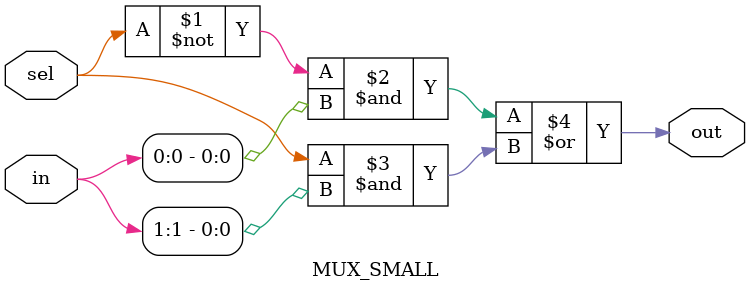
<source format=v>
module MUX_SMALL(sel, in, out);
    input sel;
    input[1:0] in;
    output out;

    assign out = (~sel & in[0]) | (sel & in[1]);
endmodule
</source>
